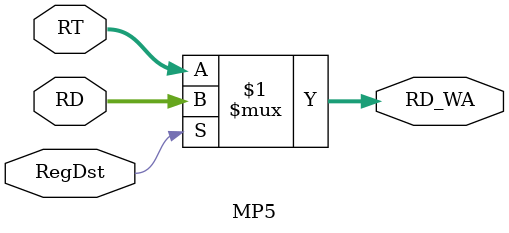
<source format=v>
`timescale 1ns / 1ps
module MP5(
    input [4:0]RT,
    input [4:0]RD,
    input RegDst,
    output [4:0]RD_WA
    );
	assign RD_WA = (RegDst) ? RD : RT; 

endmodule 

</source>
